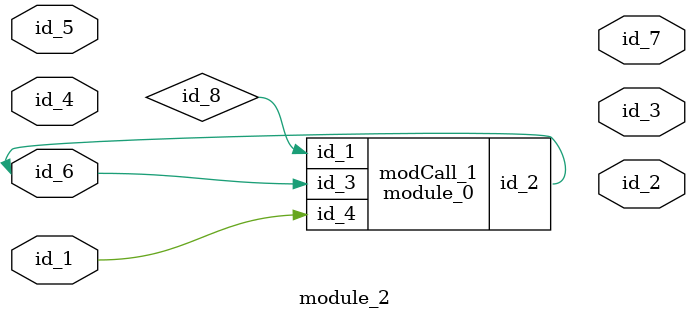
<source format=v>
module module_0 (
    id_1,
    id_2,
    id_3,
    id_4
);
  input wire id_4;
  input wire id_3;
  output wire id_2;
  input wire id_1;
  assign id_2 = id_3;
  always @(*) $display(id_3, id_3, id_4, id_4, (1));
  wire id_5 = id_1;
endmodule
module module_1 (
    id_1,
    id_2
);
  inout wire id_2;
  output wire id_1;
  assign id_2 = id_2;
  module_0 modCall_1 (
      id_2,
      id_1,
      id_2,
      id_2
  );
endmodule
module module_2 (
    id_1,
    id_2,
    id_3,
    id_4,
    id_5,
    id_6,
    id_7
);
  output wire id_7;
  inout wire id_6;
  input wire id_5;
  inout wire id_4;
  output wire id_3;
  output wire id_2;
  inout wire id_1;
  wire id_8;
  module_0 modCall_1 (
      id_8,
      id_6,
      id_6,
      id_1
  );
endmodule

</source>
